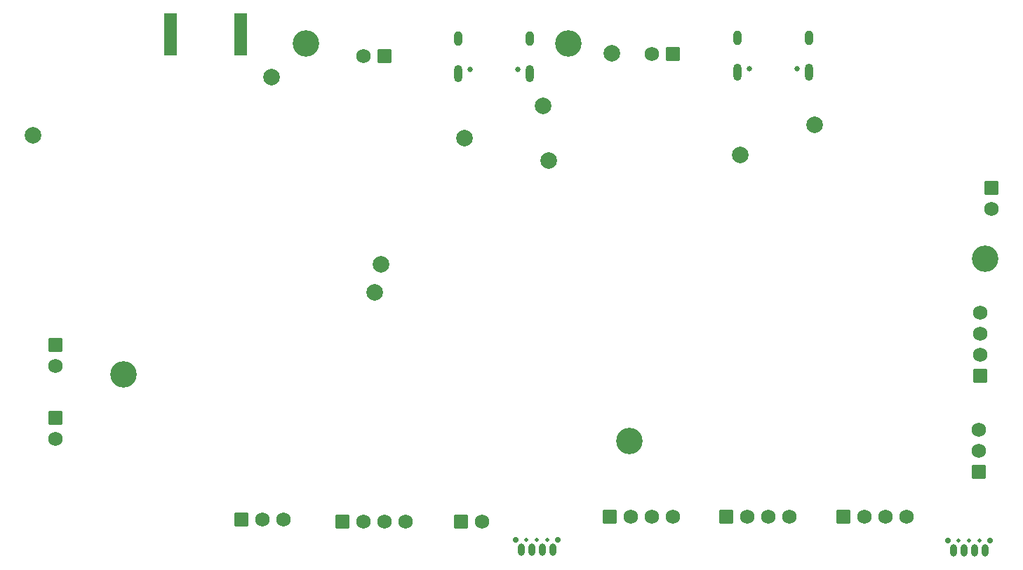
<source format=gbr>
%TF.GenerationSoftware,KiCad,Pcbnew,8.0.0*%
%TF.CreationDate,2024-04-26T20:31:41-04:00*%
%TF.ProjectId,Main board,4d61696e-2062-46f6-9172-642e6b696361,rev?*%
%TF.SameCoordinates,Original*%
%TF.FileFunction,Soldermask,Bot*%
%TF.FilePolarity,Negative*%
%FSLAX46Y46*%
G04 Gerber Fmt 4.6, Leading zero omitted, Abs format (unit mm)*
G04 Created by KiCad (PCBNEW 8.0.0) date 2024-04-26 20:31:41*
%MOMM*%
%LPD*%
G01*
G04 APERTURE LIST*
G04 Aperture macros list*
%AMRoundRect*
0 Rectangle with rounded corners*
0 $1 Rounding radius*
0 $2 $3 $4 $5 $6 $7 $8 $9 X,Y pos of 4 corners*
0 Add a 4 corners polygon primitive as box body*
4,1,4,$2,$3,$4,$5,$6,$7,$8,$9,$2,$3,0*
0 Add four circle primitives for the rounded corners*
1,1,$1+$1,$2,$3*
1,1,$1+$1,$4,$5*
1,1,$1+$1,$6,$7*
1,1,$1+$1,$8,$9*
0 Add four rect primitives between the rounded corners*
20,1,$1+$1,$2,$3,$4,$5,0*
20,1,$1+$1,$4,$5,$6,$7,0*
20,1,$1+$1,$6,$7,$8,$9,0*
20,1,$1+$1,$8,$9,$2,$3,0*%
G04 Aperture macros list end*
%ADD10C,2.000000*%
%ADD11RoundRect,0.250000X-0.620000X-0.620000X0.620000X-0.620000X0.620000X0.620000X-0.620000X0.620000X0*%
%ADD12C,1.740000*%
%ADD13C,3.200000*%
%ADD14RoundRect,0.250000X0.620000X0.620000X-0.620000X0.620000X-0.620000X-0.620000X0.620000X-0.620000X0*%
%ADD15C,0.700000*%
%ADD16C,0.500000*%
%ADD17O,0.800000X1.500000*%
%ADD18C,0.650000*%
%ADD19O,1.000000X2.100000*%
%ADD20O,1.000000X1.800000*%
%ADD21RoundRect,0.250000X-0.620000X0.620000X-0.620000X-0.620000X0.620000X-0.620000X0.620000X0.620000X0*%
%ADD22R,1.500000X5.080000*%
%ADD23RoundRect,0.250000X0.620000X-0.620000X0.620000X0.620000X-0.620000X0.620000X-0.620000X-0.620000X0*%
G04 APERTURE END LIST*
D10*
%TO.C,TP5*%
X87884000Y-61087000D03*
%TD*%
D11*
%TO.C,J18*%
X84210000Y-114500000D03*
D12*
X86750000Y-114500000D03*
X89290000Y-114500000D03*
%TD*%
D13*
%TO.C,REF\u002A\u002A*%
X123698000Y-57000000D03*
X123698000Y-57000000D03*
%TD*%
D14*
%TO.C,J16*%
X136259500Y-58293000D03*
D12*
X133719500Y-58293000D03*
%TD*%
D11*
%TO.C,J5*%
X156845000Y-114185000D03*
D12*
X159385000Y-114185000D03*
X161925000Y-114185000D03*
X164465000Y-114185000D03*
%TD*%
D13*
%TO.C,REF\u002A\u002A*%
X92000000Y-57000000D03*
X92000000Y-57000000D03*
%TD*%
D15*
%TO.C,J1*%
X117348000Y-116967000D03*
D16*
X118618000Y-116967000D03*
X119888000Y-116967000D03*
X121158000Y-116967000D03*
D15*
X122428000Y-116967000D03*
D17*
X117983000Y-118122000D03*
X119253000Y-118122000D03*
X120523000Y-118122000D03*
X121793000Y-118122000D03*
%TD*%
D18*
%TO.C,J12*%
X151258000Y-60028999D03*
X145478000Y-60028999D03*
D19*
X152688000Y-60528999D03*
D20*
X152688000Y-56348999D03*
D19*
X144048000Y-60528999D03*
D20*
X144048000Y-56348999D03*
%TD*%
D10*
%TO.C,TP2*%
X111125000Y-68453000D03*
%TD*%
D21*
%TO.C,J6*%
X61750000Y-93460000D03*
D12*
X61750000Y-96000000D03*
%TD*%
D10*
%TO.C,TP8*%
X128905000Y-58166000D03*
%TD*%
%TO.C,TP7*%
X121285000Y-71120000D03*
%TD*%
%TO.C,TP1*%
X120650000Y-64516000D03*
%TD*%
D13*
%TO.C,REF\u002A\u002A*%
X131000000Y-105000000D03*
X131000000Y-105000000D03*
%TD*%
D10*
%TO.C,TP6*%
X59035500Y-68107500D03*
%TD*%
D14*
%TO.C,J14*%
X101473000Y-58547000D03*
D12*
X98933000Y-58547000D03*
%TD*%
D22*
%TO.C,J8*%
X75633000Y-55908500D03*
X84133000Y-55908500D03*
%TD*%
D10*
%TO.C,TP4*%
X144399000Y-70485000D03*
%TD*%
D15*
%TO.C,J9*%
X169494200Y-117056600D03*
D16*
X170764200Y-117056600D03*
X172034200Y-117056600D03*
X173304200Y-117056600D03*
D15*
X174574200Y-117056600D03*
D17*
X170129200Y-118211600D03*
X171399200Y-118211600D03*
X172669200Y-118211600D03*
X173939200Y-118211600D03*
%TD*%
D13*
%TO.C,REF\u002A\u002A*%
X70000000Y-97000000D03*
X70000000Y-97000000D03*
%TD*%
D10*
%TO.C,TP9*%
X100330000Y-87082000D03*
%TD*%
D18*
%TO.C,J2*%
X117571000Y-60136000D03*
X111791000Y-60136000D03*
D19*
X119001000Y-60636000D03*
D20*
X119001000Y-56456000D03*
D19*
X110361000Y-60636000D03*
D20*
X110361000Y-56456000D03*
%TD*%
D23*
%TO.C,J10*%
X173228000Y-108712000D03*
D12*
X173228000Y-106172000D03*
X173228000Y-103632000D03*
%TD*%
D21*
%TO.C,J11*%
X174740000Y-74422000D03*
D12*
X174740000Y-76962000D03*
%TD*%
D10*
%TO.C,TP10*%
X101092000Y-83653000D03*
%TD*%
D11*
%TO.C,J15*%
X96420000Y-114750000D03*
D12*
X98960000Y-114750000D03*
X101500000Y-114750000D03*
X104040000Y-114750000D03*
%TD*%
D21*
%TO.C,J7*%
X61750000Y-102210000D03*
D12*
X61750000Y-104750000D03*
%TD*%
D11*
%TO.C,J13*%
X110710000Y-114750000D03*
D12*
X113250000Y-114750000D03*
%TD*%
D13*
%TO.C,REF\u002A\u002A*%
X174000000Y-83000000D03*
X174000000Y-83000000D03*
%TD*%
D11*
%TO.C,J4*%
X142748000Y-114185000D03*
D12*
X145288000Y-114185000D03*
X147828000Y-114185000D03*
X150368000Y-114185000D03*
%TD*%
D23*
%TO.C,J17*%
X173380400Y-97180400D03*
D12*
X173380400Y-94640400D03*
X173380400Y-92100400D03*
X173380400Y-89560400D03*
%TD*%
D11*
%TO.C,J3*%
X128651000Y-114173000D03*
D12*
X131191000Y-114173000D03*
X133731000Y-114173000D03*
X136271000Y-114173000D03*
%TD*%
D10*
%TO.C,TP3*%
X153416000Y-66802000D03*
%TD*%
M02*

</source>
